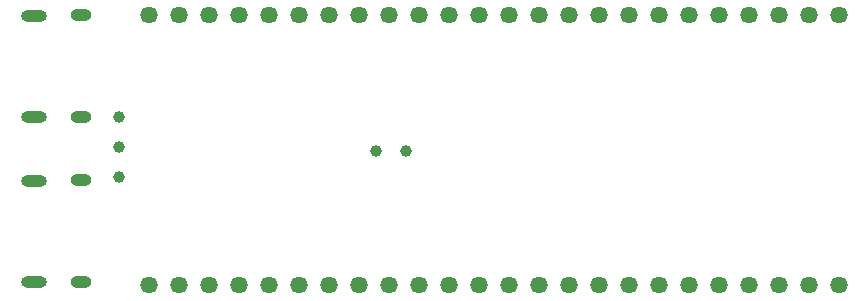
<source format=gbs>
G04*
G04 #@! TF.GenerationSoftware,Altium Limited,Altium Designer,24.7.2 (38)*
G04*
G04 Layer_Color=16711935*
%FSLAX25Y25*%
%MOIN*%
G70*
G04*
G04 #@! TF.SameCoordinates,5553529B-7FC1-40E9-B1A8-37912BF81215*
G04*
G04*
G04 #@! TF.FilePolarity,Negative*
G04*
G01*
G75*
%ADD58C,0.05748*%
%ADD59C,0.03950*%
%ADD60O,0.08661X0.03937*%
%ADD61O,0.07087X0.03937*%
D58*
X45000Y5000D02*
D03*
X55000D02*
D03*
X65000D02*
D03*
X75000D02*
D03*
X85000D02*
D03*
X95000D02*
D03*
X105000D02*
D03*
X115000D02*
D03*
X125000D02*
D03*
X135000D02*
D03*
X145000D02*
D03*
X155000D02*
D03*
X165000D02*
D03*
X175000D02*
D03*
X185000D02*
D03*
X195000D02*
D03*
X205000D02*
D03*
X215000D02*
D03*
X225000D02*
D03*
X235000D02*
D03*
X245000D02*
D03*
X255000D02*
D03*
X265000D02*
D03*
X275000D02*
D03*
Y95000D02*
D03*
X265000D02*
D03*
X255000D02*
D03*
X245000D02*
D03*
X235000D02*
D03*
X225000D02*
D03*
X215000D02*
D03*
X205000D02*
D03*
X195000D02*
D03*
X185000D02*
D03*
X175000D02*
D03*
X165000D02*
D03*
X155000D02*
D03*
X145000D02*
D03*
X135000D02*
D03*
X125000D02*
D03*
X115000D02*
D03*
X105000D02*
D03*
X95000D02*
D03*
X85000D02*
D03*
X75000D02*
D03*
X65000D02*
D03*
X55000D02*
D03*
X45000D02*
D03*
D59*
X130821Y49721D02*
D03*
X120821D02*
D03*
X35000Y41000D02*
D03*
Y51000D02*
D03*
Y61000D02*
D03*
D60*
X6713Y60945D02*
D03*
Y94803D02*
D03*
Y39803D02*
D03*
Y5945D02*
D03*
D61*
X22500Y60945D02*
D03*
X22500Y95000D02*
D03*
Y40000D02*
D03*
X22500Y5945D02*
D03*
M02*

</source>
